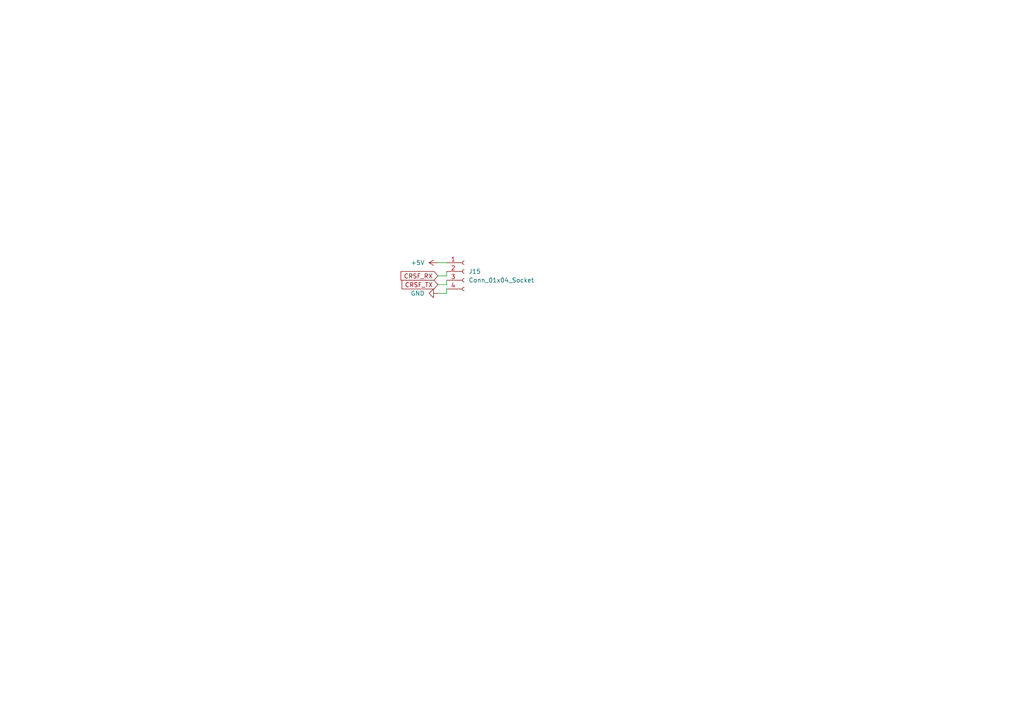
<source format=kicad_sch>
(kicad_sch (version 20250114) (generator "eeschema") (generator_version "9.0")
  (paper "A4")
  (title_block (date "2025-12-23") (rev "v1") (company "NeoDrone") (comment 1 "Made by Dulat Sarbassov") (comment 2 "dulatello08"))
  (lib_symbols
    (symbol "Connector:Conn_01x04_Socket" (pin_names (offset 1.016) (hide yes))
      (property "Reference" "J" (at 0 5.08 0))
      (property "Value" "Conn_01x04_Socket" (at 0 -7.62 0))
      (symbol "Conn_01x04_Socket_1_1"
        (polyline (pts (xy -1.27 2.54) (xy -0.508 2.54)) (stroke (width 0.1524)))
        (polyline (pts (xy -1.27 0) (xy -0.508 0)) (stroke (width 0.1524)))
        (polyline (pts (xy -1.27 -2.54) (xy -0.508 -2.54)) (stroke (width 0.1524)))
        (polyline (pts (xy -1.27 -5.08) (xy -0.508 -5.08)) (stroke (width 0.1524)))
        (arc (start 0 2.032) (mid -0.5058 2.54) (end 0 3.048) (stroke (width 0.1524)))
        (arc (start 0 -0.508) (mid -0.5058 0) (end 0 0.508) (stroke (width 0.1524)))
        (arc (start 0 -3.048) (mid -0.5058 -2.54) (end 0 -2.032) (stroke (width 0.1524)))
        (arc (start 0 -5.588) (mid -0.5058 -5.08) (end 0 -4.572) (stroke (width 0.1524)))
        (pin passive line (at -5.08 2.54 0) (length 3.81) (name "Pin_1") (number "1"))
        (pin passive line (at -5.08 0 0) (length 3.81) (name "Pin_2") (number "2"))
        (pin passive line (at -5.08 -2.54 0) (length 3.81) (name "Pin_3") (number "3"))
        (pin passive line (at -5.08 -5.08 0) (length 3.81) (name "Pin_4") (number "4"))
      )
    )
    (symbol "power:+5V" (power) (pin_numbers (hide yes)) (pin_names (offset 0) (hide yes))
      (property "Value" "+5V" (at 0 3.556 0))
      (symbol "+5V_0_1"
        (polyline (pts (xy -0.762 1.27) (xy 0 2.54)))
        (polyline (pts (xy 0 2.54) (xy 0.762 1.27)))
        (polyline (pts (xy 0 0) (xy 0 2.54)))
      )
      (symbol "+5V_1_1"
        (pin power_in line (at 0 0 90) (length 0) (name "~") (number "1"))
      )
    )
    (symbol "power:GND" (power) (pin_numbers (hide yes)) (pin_names (offset 0) (hide yes))
      (property "Value" "GND" (at 0 -3.81 0))
      (symbol "GND_0_1"
        (polyline (pts (xy 0 0) (xy 0 -1.27) (xy 1.27 -1.27) (xy 0 -2.54) (xy -1.27 -1.27) (xy 0 -1.27)))
      )
      (symbol "GND_1_1"
        (pin power_in line (at 0 0 270) (length 0) (name "~") (number "1"))
      )
    )
  )
  (wire (pts (xy 127 85.09) (xy 129.54 85.09)))
  (wire (pts (xy 129.54 82.55) (xy 129.54 81.28)))
  (wire (pts (xy 127 76.2) (xy 129.54 76.2)))
  (wire (pts (xy 127 82.55) (xy 129.54 82.55)))
  (wire (pts (xy 129.54 85.09) (xy 129.54 83.82)))
  (wire (pts (xy 127 80.01) (xy 129.54 80.01)))
  (wire (pts (xy 129.54 80.01) (xy 129.54 78.74)))
  (global_label "CRSF_TX" (shape input) (at 127 82.55 180) (property "Intersheetrefs" "${INTERSHEET_REFS}" (effects (hide yes))))
  (global_label "CRSF_RX" (shape input) (at 127 80.01 180) (property "Intersheetrefs" "${INTERSHEET_REFS}" (effects (hide yes))))
  (symbol (lib_id "power:GND") (at 127 85.09 270) (unit 1)
    (property "Reference" "#PWR042" (effects (hide yes)))
    (property "Value" "GND" (at 123.19 85.0899 90) (effects (justify right)))
    (property "Description" "Power symbol creates a global label with name \"GND\" , ground" (effects (hide yes)))
  )
  (symbol (lib_id "Connector:Conn_01x04_Socket") (at 134.62 78.74 0) (unit 1)
    (property "Reference" "J15" (at 135.89 78.7399 0) (effects (justify left)))
    (property "Value" "Conn_01x04_Socket" (at 135.89 81.2799 0) (effects (justify left)))
    (property "Footprint" "Connector_PinSocket_1.00mm:PinSocket_1x04_P1.00mm_Vertical_SMD_Pin1Left" (effects (hide yes)))
    (property "Description" "Generic connector, single row, 01x04, script generated" (effects (hide yes)))
  )
  (symbol (lib_id "power:+5V") (at 127 76.2 90) (unit 1)
    (property "Reference" "#PWR041" (effects (hide yes)))
    (property "Value" "+5V" (at 123.19 76.1999 90) (effects (justify left)))
    (property "Description" "Power symbol creates a global label with name \"+5V\"" (effects (hide yes)))
  )
)
</source>
